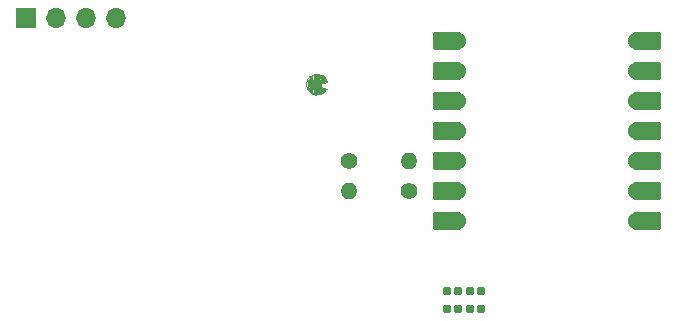
<source format=gbr>
%TF.GenerationSoftware,KiCad,Pcbnew,8.0.9*%
%TF.CreationDate,2025-07-26T13:13:37-07:00*%
%TF.ProjectId,ayushi_hermes_project,61797573-6869-45f6-9865-726d65735f70,rev?*%
%TF.SameCoordinates,Original*%
%TF.FileFunction,Soldermask,Top*%
%TF.FilePolarity,Negative*%
%FSLAX46Y46*%
G04 Gerber Fmt 4.6, Leading zero omitted, Abs format (unit mm)*
G04 Created by KiCad (PCBNEW 8.0.9) date 2025-07-26 13:13:37*
%MOMM*%
%LPD*%
G01*
G04 APERTURE LIST*
G04 Aperture macros list*
%AMRoundRect*
0 Rectangle with rounded corners*
0 $1 Rounding radius*
0 $2 $3 $4 $5 $6 $7 $8 $9 X,Y pos of 4 corners*
0 Add a 4 corners polygon primitive as box body*
4,1,4,$2,$3,$4,$5,$6,$7,$8,$9,$2,$3,0*
0 Add four circle primitives for the rounded corners*
1,1,$1+$1,$2,$3*
1,1,$1+$1,$4,$5*
1,1,$1+$1,$6,$7*
1,1,$1+$1,$8,$9*
0 Add four rect primitives between the rounded corners*
20,1,$1+$1,$2,$3,$4,$5,0*
20,1,$1+$1,$4,$5,$6,$7,0*
20,1,$1+$1,$6,$7,$8,$9,0*
20,1,$1+$1,$8,$9,$2,$3,0*%
G04 Aperture macros list end*
%ADD10C,0.100000*%
%ADD11RoundRect,0.152400X1.063600X0.609600X-1.063600X0.609600X-1.063600X-0.609600X1.063600X-0.609600X0*%
%ADD12C,1.524000*%
%ADD13RoundRect,0.152400X-1.063600X-0.609600X1.063600X-0.609600X1.063600X0.609600X-1.063600X0.609600X0*%
%ADD14RoundRect,0.175000X0.185000X0.175000X-0.185000X0.175000X-0.185000X-0.175000X0.185000X-0.175000X0*%
%ADD15C,1.400000*%
%ADD16O,1.400000X1.400000*%
%ADD17R,1.700000X1.700000*%
%ADD18O,1.700000X1.700000*%
G04 APERTURE END LIST*
D10*
X94716600Y-82016600D02*
X94462600Y-82194400D01*
X94615000Y-81965800D02*
X94716600Y-82016600D01*
X94589600Y-82016600D02*
X94615000Y-81965800D01*
X94481650Y-81724500D02*
X94589600Y-82016600D01*
X94716600Y-81965800D02*
X94481650Y-81724500D01*
X94513400Y-82067400D02*
X94716600Y-81965800D01*
X94411800Y-81737200D02*
X94513400Y-82067400D01*
X94551500Y-81711800D02*
X94411800Y-81737200D01*
X94843600Y-82042000D02*
X94551500Y-81711800D01*
X94462600Y-82143600D02*
X94843600Y-82042000D01*
X94361000Y-81610200D02*
X94462600Y-82143600D01*
X94742000Y-81813400D02*
X94361000Y-81610200D01*
X94894400Y-82092800D02*
X94742000Y-81813400D01*
X94411800Y-82270600D02*
X94894400Y-82092800D01*
X94284800Y-81559400D02*
X94411800Y-82270600D01*
X94538800Y-82931000D02*
X94640400Y-82778600D01*
X94538800Y-82753200D02*
X94538800Y-82931000D01*
X94742000Y-82804000D02*
X94538800Y-82753200D01*
X94526100Y-83108800D02*
X94742000Y-82804000D01*
X94462600Y-82651600D02*
X94526100Y-83108800D01*
X94869000Y-82804000D02*
X94462600Y-82651600D01*
X94589600Y-83083400D02*
X94869000Y-82804000D01*
X94462600Y-83134200D02*
X94589600Y-83083400D01*
X94386400Y-82448400D02*
X94462600Y-83134200D01*
X94386400Y-83210400D02*
X94386400Y-82448400D01*
X94284800Y-81559400D02*
X94386400Y-83210400D01*
X94284800Y-83210400D02*
X94284800Y-81559400D01*
X94132400Y-82727800D02*
X94284800Y-83210400D01*
X94208600Y-83210400D02*
X94132400Y-82727800D01*
X94208600Y-81559400D02*
X94208600Y-83210400D01*
X94107000Y-81559400D02*
X94208600Y-81559400D01*
X94107000Y-83185000D02*
X94107000Y-81559400D01*
X94157800Y-83235800D02*
X94107000Y-83185000D01*
X93878400Y-83210400D02*
X94157800Y-83235800D01*
X94030800Y-83261200D02*
X93878400Y-83210400D01*
X94030800Y-81534000D02*
X94030800Y-83261200D01*
X93929200Y-83210400D02*
X94030800Y-81534000D01*
X93929200Y-81534000D02*
X93929200Y-83210400D01*
X93827600Y-83185000D02*
X93929200Y-81534000D01*
X93827600Y-81584800D02*
X93827600Y-83185000D01*
X93726000Y-83159600D02*
X93827600Y-81584800D01*
X93726000Y-81661000D02*
X93726000Y-83159600D01*
X93649800Y-83083400D02*
X93726000Y-81661000D01*
X93624400Y-81711800D02*
X93649800Y-83083400D01*
X93548200Y-83058000D02*
X93624400Y-81711800D01*
X93497400Y-82956400D02*
X93319600Y-82626200D01*
X93548200Y-81788000D02*
X93497400Y-82956400D01*
X93395800Y-82829400D02*
X93548200Y-81788000D01*
X93446600Y-81915000D02*
X93395800Y-82829400D01*
X93319600Y-82626200D02*
X93446600Y-81915000D01*
X93345000Y-82016600D02*
X93319600Y-82626200D01*
X94462600Y-82575400D02*
X94951658Y-82753799D01*
X94462600Y-82397600D02*
X94462600Y-82575400D01*
X94386400Y-82346800D02*
X94462600Y-82397600D01*
X94995999Y-82169000D02*
X94386400Y-82346800D01*
X94951658Y-82753799D02*
G75*
G02*
X94995999Y-82169000I-819258J356199D01*
G01*
D11*
%TO.C,U2*%
X105159200Y-78689200D03*
D12*
X105994200Y-78689200D03*
D11*
X105159200Y-81229200D03*
D12*
X105994200Y-81229200D03*
D11*
X105159200Y-83769200D03*
D12*
X105994200Y-83769200D03*
D11*
X105159200Y-86309200D03*
D12*
X105994200Y-86309200D03*
D11*
X105159200Y-88849200D03*
D12*
X105994200Y-88849200D03*
D11*
X105159200Y-91389200D03*
D12*
X105994200Y-91389200D03*
D11*
X105159200Y-93929200D03*
D12*
X105994200Y-93929200D03*
X121234200Y-93929200D03*
D13*
X122069200Y-93929200D03*
D12*
X121234200Y-91389200D03*
D13*
X122069200Y-91389200D03*
D12*
X121234200Y-88849200D03*
D13*
X122069200Y-88849200D03*
D12*
X121234200Y-86309200D03*
D13*
X122069200Y-86309200D03*
D12*
X121234200Y-83769200D03*
D13*
X122069200Y-83769200D03*
D12*
X121234200Y-81229200D03*
D13*
X122069200Y-81229200D03*
D12*
X121234200Y-78689200D03*
D13*
X122069200Y-78689200D03*
%TD*%
D14*
%TO.C,U1*%
X108000800Y-99872200D03*
X107030800Y-99872200D03*
X106060800Y-99872200D03*
X105090800Y-99872200D03*
X105090800Y-101422200D03*
X106060800Y-101422200D03*
X107030800Y-101422200D03*
X108000800Y-101422200D03*
%TD*%
D15*
%TO.C,R2*%
X101879400Y-91389200D03*
D16*
X96799400Y-91389200D03*
%TD*%
%TO.C,R1*%
X101879400Y-88849200D03*
D15*
X96799400Y-88849200D03*
%TD*%
D17*
%TO.C,J1*%
X69494400Y-76733400D03*
D18*
X72034400Y-76733400D03*
X74574400Y-76733400D03*
X77114400Y-76733400D03*
%TD*%
M02*

</source>
